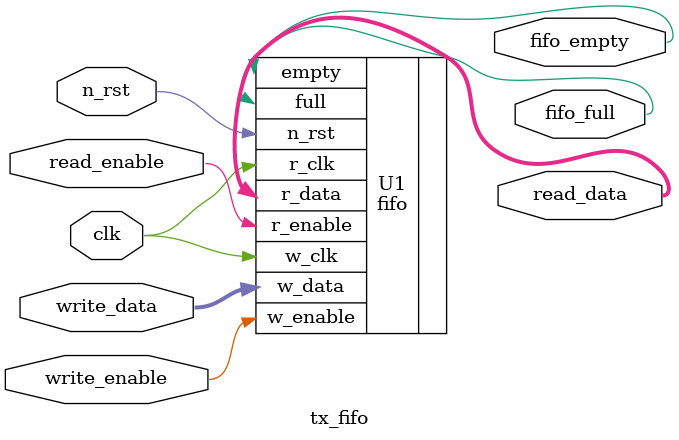
<source format=sv>

module tx_fifo
(
  input wire clk,
  input wire n_rst,
  input wire read_enable,
  input wire write_enable,
  input wire [7:0] write_data,
  output wire [7:0] read_data,
  output wire fifo_empty,
  output wire fifo_full
);

fifo U1
(
  .r_clk(clk),
  .w_clk(clk),
  .n_rst(n_rst),
  .r_enable(read_enable),
  .w_enable(write_enable),
  .w_data(write_data),
  .r_data(read_data),
  .empty(fifo_empty),
  .full(fifo_full)
);

endmodule
</source>
